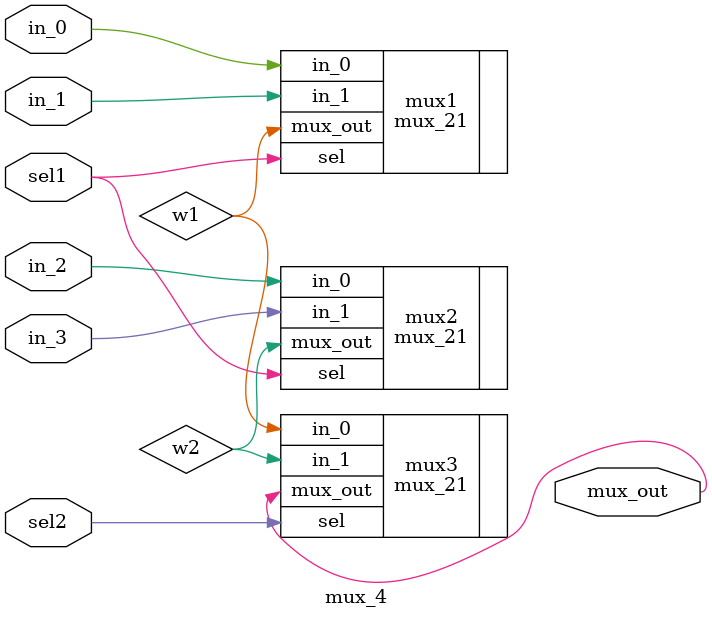
<source format=v>
`timescale 1ns / 1ps


module mux_4(in_0,in_1,in_2,in_3,sel1,sel2,mux_out);
  input in_0,in_1,in_2,in_3,sel1,sel2;
  output mux_out;
  wire w1,w2;
  mux_21 mux1(.in_0(in_0),.in_1(in_1),.sel(sel1),.mux_out(w1));
  mux_21 mux2(.in_0(in_2),.in_1(in_3),.sel(sel1),.mux_out(w2));
  mux_21 mux3(.in_0(w1),.in_1(w2),.sel(sel2),.mux_out(mux_out));
endmodule

</source>
